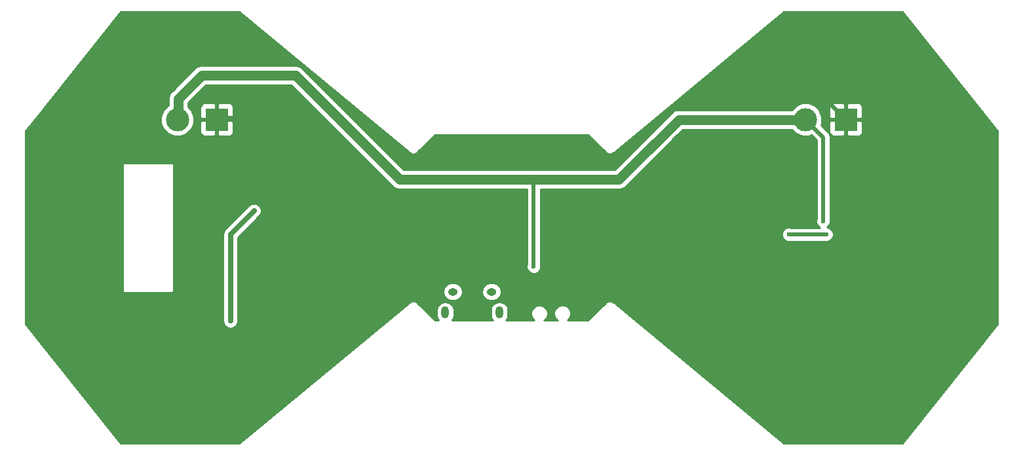
<source format=gbl>
G04 #@! TF.GenerationSoftware,KiCad,Pcbnew,(5.0.2-5-10.14)*
G04 #@! TF.CreationDate,2019-03-11T19:31:18-04:00*
G04 #@! TF.ProjectId,glowtie,676c6f77-7469-4652-9e6b-696361645f70,rev?*
G04 #@! TF.SameCoordinates,Original*
G04 #@! TF.FileFunction,Copper,L2,Bot*
G04 #@! TF.FilePolarity,Positive*
%FSLAX46Y46*%
G04 Gerber Fmt 4.6, Leading zero omitted, Abs format (unit mm)*
G04 Created by KiCad (PCBNEW (5.0.2-5-10.14)) date Monday, March 11, 2019 at 07:31:18 PM*
%MOMM*%
%LPD*%
G01*
G04 APERTURE LIST*
G04 #@! TA.AperFunction,BGAPad,CuDef*
%ADD10C,3.000000*%
G04 #@! TD*
G04 #@! TA.AperFunction,SMDPad,CuDef*
%ADD11R,3.000000X3.000000*%
G04 #@! TD*
G04 #@! TA.AperFunction,ComponentPad*
%ADD12O,1.000000X1.550000*%
G04 #@! TD*
G04 #@! TA.AperFunction,ComponentPad*
%ADD13O,1.250000X0.950000*%
G04 #@! TD*
G04 #@! TA.AperFunction,ViaPad*
%ADD14C,0.600000*%
G04 #@! TD*
G04 #@! TA.AperFunction,Conductor*
%ADD15C,0.508000*%
G04 #@! TD*
G04 #@! TA.AperFunction,Conductor*
%ADD16C,1.270000*%
G04 #@! TD*
G04 #@! TA.AperFunction,Conductor*
%ADD17C,0.635000*%
G04 #@! TD*
G04 #@! TA.AperFunction,Conductor*
%ADD18C,0.254000*%
G04 #@! TD*
G04 APERTURE END LIST*
D10*
G04 #@! TO.P,J8,1*
G04 #@! TO.N,Net-(10uF2-Pad1)*
X114173000Y-27305000D03*
G04 #@! TD*
G04 #@! TO.P,J9,1*
G04 #@! TO.N,Net-(10uF2-Pad1)*
X33020000Y-27305000D03*
G04 #@! TD*
D11*
G04 #@! TO.P,J6,1*
G04 #@! TO.N,GND*
X119380000Y-27305000D03*
G04 #@! TD*
G04 #@! TO.P,J7,1*
G04 #@! TO.N,GND*
X38100000Y-27305000D03*
G04 #@! TD*
D12*
G04 #@! TO.P,J1,6*
G04 #@! TO.N,Net-(J1-Pad6)*
X74620000Y-52277000D03*
X67620000Y-52277000D03*
D13*
X73620000Y-49577000D03*
X68620000Y-49577000D03*
G04 #@! TD*
D14*
G04 #@! TO.N,GND*
X112014000Y-40576500D03*
X115951000Y-44132500D03*
X71501000Y-38989000D03*
X63119000Y-41402000D03*
X113030000Y-20574000D03*
X51816000Y-32639000D03*
X21590000Y-42545000D03*
X44450000Y-27051000D03*
G04 #@! TO.N,Net-(10uF2-Pad1)*
X79057500Y-46291500D03*
X116459000Y-40449500D03*
G04 #@! TO.N,Net-(R470-Pad1)*
X116840000Y-42164000D03*
X112014000Y-42164000D03*
G04 #@! TO.N,Net-(J5-Pad1)*
X42926000Y-39116000D03*
X39878000Y-53340000D03*
G04 #@! TD*
D15*
G04 #@! TO.N,GND*
X111569500Y-44132500D02*
X115951000Y-44132500D01*
X110363000Y-42926000D02*
X111569500Y-44132500D01*
X110363000Y-41211500D02*
X110363000Y-42926000D01*
X110998000Y-40576500D02*
X110363000Y-41211500D01*
X112014000Y-40576500D02*
X110998000Y-40576500D01*
X119348250Y-27336750D02*
X119380000Y-27305000D01*
X65532000Y-38989000D02*
X71501000Y-38989000D01*
X63119000Y-41402000D02*
X65532000Y-38989000D01*
X113030000Y-20574000D02*
X113030000Y-20955000D01*
X113030000Y-20955000D02*
X119380000Y-27305000D01*
X51816000Y-32639000D02*
X46228000Y-27051000D01*
X46228000Y-27051000D02*
X44450000Y-27051000D01*
X38481000Y-27051000D02*
X38100000Y-26670000D01*
X44450000Y-27051000D02*
X38481000Y-27051000D01*
G04 #@! TO.N,Net-(10uF2-Pad1)*
X79057500Y-46291500D02*
X79057500Y-35052000D01*
X79057500Y-35052000D02*
X79057500Y-35242500D01*
X79057500Y-35242500D02*
X79057500Y-35052000D01*
X116459000Y-40449500D02*
X116459000Y-29591000D01*
X116459000Y-29591000D02*
X114173000Y-27305000D01*
X114173000Y-27305000D02*
X114173000Y-27432000D01*
D16*
X36195000Y-21590000D02*
X33147000Y-24638000D01*
X59690001Y-33019999D02*
X48260002Y-21590000D01*
X36195000Y-21590000D02*
X48260002Y-21590000D01*
X33147000Y-24638000D02*
X33147000Y-27178000D01*
X33147000Y-27178000D02*
X33020000Y-27305000D01*
X86360000Y-35052000D02*
X90043000Y-35052000D01*
X92075000Y-33020000D02*
X96520000Y-28575000D01*
X90043000Y-35052000D02*
X92075000Y-33020000D01*
X61722000Y-35052000D02*
X79057500Y-35052000D01*
X79057500Y-35052000D02*
X86360000Y-35052000D01*
X59690001Y-33020001D02*
X61722000Y-35052000D01*
X59690001Y-33019999D02*
X59690001Y-33020001D01*
X97790000Y-27305000D02*
X114300000Y-27305000D01*
X96520000Y-28575000D02*
X97790000Y-27305000D01*
X59690001Y-33019999D02*
X59690002Y-33020000D01*
D15*
G04 #@! TO.N,Net-(R470-Pad1)*
X112014000Y-42164000D02*
X116840000Y-42164000D01*
D17*
G04 #@! TO.N,Net-(J5-Pad1)*
X39878000Y-42164000D02*
X42926000Y-39116000D01*
X39878000Y-53340000D02*
X39878000Y-42164000D01*
G04 #@! TD*
D18*
G04 #@! TO.N,GND*
G36*
X62985987Y-31578689D02*
X63006144Y-31608856D01*
X63090097Y-31664952D01*
X63114904Y-31685506D01*
X63146084Y-31702361D01*
X63232727Y-31760254D01*
X63265089Y-31766691D01*
X63294121Y-31782385D01*
X63397790Y-31793088D01*
X63500000Y-31813419D01*
X63532365Y-31806981D01*
X63565190Y-31810370D01*
X63665064Y-31780585D01*
X63767273Y-31760254D01*
X63794710Y-31741922D01*
X63826335Y-31732490D01*
X63907207Y-31666753D01*
X63936665Y-31647070D01*
X63959437Y-31624298D01*
X64037797Y-31560603D01*
X64055052Y-31528683D01*
X66323736Y-29260000D01*
X86076265Y-29260000D01*
X88344949Y-31528685D01*
X88362203Y-31560603D01*
X88440558Y-31624294D01*
X88463334Y-31647070D01*
X88492798Y-31666757D01*
X88573665Y-31732490D01*
X88605289Y-31741921D01*
X88632726Y-31760254D01*
X88734934Y-31780584D01*
X88834810Y-31810370D01*
X88867638Y-31806981D01*
X88899999Y-31813418D01*
X89002203Y-31793088D01*
X89105878Y-31782385D01*
X89134910Y-31766691D01*
X89167273Y-31760254D01*
X89253921Y-31702358D01*
X89285095Y-31685506D01*
X89309898Y-31664955D01*
X89393856Y-31608856D01*
X89414014Y-31578687D01*
X111371913Y-13385000D01*
X126670772Y-13385000D01*
X139015001Y-28815286D01*
X139015000Y-53734715D01*
X126670772Y-69165000D01*
X111371913Y-69165000D01*
X89414014Y-50971313D01*
X89393856Y-50941144D01*
X89309898Y-50885045D01*
X89285095Y-50864494D01*
X89253921Y-50847642D01*
X89167273Y-50789746D01*
X89134910Y-50783309D01*
X89105878Y-50767615D01*
X89002203Y-50756912D01*
X88899999Y-50736582D01*
X88867638Y-50743019D01*
X88834810Y-50739630D01*
X88734934Y-50769416D01*
X88632726Y-50789746D01*
X88605289Y-50808079D01*
X88573665Y-50817510D01*
X88492798Y-50883243D01*
X88463334Y-50902930D01*
X88440558Y-50925706D01*
X88362203Y-50989397D01*
X88344949Y-51021315D01*
X86076265Y-53290000D01*
X83424421Y-53290000D01*
X83699818Y-53014603D01*
X83865000Y-52615820D01*
X83865000Y-52184180D01*
X83699818Y-51785397D01*
X83394603Y-51480182D01*
X82995820Y-51315000D01*
X82564180Y-51315000D01*
X82165397Y-51480182D01*
X81860182Y-51785397D01*
X81695000Y-52184180D01*
X81695000Y-52615820D01*
X81860182Y-53014603D01*
X82135579Y-53290000D01*
X80424421Y-53290000D01*
X80699818Y-53014603D01*
X80865000Y-52615820D01*
X80865000Y-52184180D01*
X80699818Y-51785397D01*
X80394603Y-51480182D01*
X79995820Y-51315000D01*
X79564180Y-51315000D01*
X79165397Y-51480182D01*
X78860182Y-51785397D01*
X78695000Y-52184180D01*
X78695000Y-52615820D01*
X78860182Y-53014603D01*
X79135579Y-53290000D01*
X75491936Y-53290000D01*
X75689146Y-52994854D01*
X75755000Y-52663782D01*
X75755000Y-51890217D01*
X75689146Y-51559145D01*
X75438289Y-51183711D01*
X75062854Y-50932854D01*
X74620000Y-50844765D01*
X74177145Y-50932854D01*
X73801711Y-51183711D01*
X73550854Y-51559146D01*
X73485000Y-51890218D01*
X73485000Y-52663783D01*
X73550854Y-52994855D01*
X73748064Y-53290000D01*
X68491936Y-53290000D01*
X68689146Y-52994854D01*
X68755000Y-52663782D01*
X68755000Y-51890217D01*
X68689146Y-51559145D01*
X68438289Y-51183711D01*
X68062854Y-50932854D01*
X67620000Y-50844765D01*
X67177145Y-50932854D01*
X66801711Y-51183711D01*
X66550854Y-51559146D01*
X66485000Y-51890218D01*
X66485000Y-52663783D01*
X66550854Y-52994855D01*
X66748064Y-53290000D01*
X66323736Y-53290000D01*
X64055052Y-51021317D01*
X64037797Y-50989397D01*
X63959437Y-50925702D01*
X63936665Y-50902930D01*
X63907207Y-50883247D01*
X63826335Y-50817510D01*
X63794710Y-50808078D01*
X63767273Y-50789746D01*
X63665064Y-50769415D01*
X63565190Y-50739630D01*
X63532365Y-50743019D01*
X63500000Y-50736581D01*
X63397790Y-50756912D01*
X63294121Y-50767615D01*
X63265089Y-50783309D01*
X63232727Y-50789746D01*
X63146084Y-50847639D01*
X63114904Y-50864494D01*
X63090097Y-50885048D01*
X63006144Y-50941144D01*
X62985987Y-50971311D01*
X41028088Y-69165000D01*
X25729228Y-69165000D01*
X13385000Y-53734716D01*
X13385000Y-33020000D01*
X25908000Y-33020000D01*
X25908000Y-49530000D01*
X25917667Y-49578601D01*
X25945197Y-49619803D01*
X25986399Y-49647333D01*
X26035000Y-49657000D01*
X32385000Y-49657000D01*
X32433601Y-49647333D01*
X32474803Y-49619803D01*
X32502333Y-49578601D01*
X32512000Y-49530000D01*
X32512000Y-42164000D01*
X38906840Y-42164000D01*
X38925501Y-42257815D01*
X38925500Y-53433809D01*
X38943000Y-53521788D01*
X38943000Y-53525983D01*
X38944605Y-53529859D01*
X38980765Y-53711646D01*
X39083739Y-53865758D01*
X39085345Y-53869635D01*
X39088312Y-53872602D01*
X39191286Y-54026714D01*
X39345399Y-54129689D01*
X39348365Y-54132655D01*
X39352240Y-54134260D01*
X39506353Y-54237235D01*
X39688142Y-54273395D01*
X39692017Y-54275000D01*
X39696211Y-54275000D01*
X39878000Y-54311160D01*
X40059789Y-54275000D01*
X40063983Y-54275000D01*
X40067858Y-54273395D01*
X40249646Y-54237235D01*
X40403758Y-54134261D01*
X40407635Y-54132655D01*
X40410602Y-54129688D01*
X40564714Y-54026714D01*
X40667689Y-53872601D01*
X40670655Y-53869635D01*
X40672260Y-53865760D01*
X40775235Y-53711647D01*
X40811395Y-53529858D01*
X40813000Y-53525983D01*
X40813000Y-53521789D01*
X40830500Y-53433810D01*
X40830500Y-49577000D01*
X67338254Y-49577000D01*
X67424403Y-50010100D01*
X67669735Y-50377265D01*
X68036900Y-50622597D01*
X68360676Y-50687000D01*
X68879324Y-50687000D01*
X69203100Y-50622597D01*
X69570265Y-50377265D01*
X69815597Y-50010100D01*
X69901746Y-49577000D01*
X72338254Y-49577000D01*
X72424403Y-50010100D01*
X72669735Y-50377265D01*
X73036900Y-50622597D01*
X73360676Y-50687000D01*
X73879324Y-50687000D01*
X74203100Y-50622597D01*
X74570265Y-50377265D01*
X74815597Y-50010100D01*
X74901746Y-49577000D01*
X74815597Y-49143900D01*
X74570265Y-48776735D01*
X74203100Y-48531403D01*
X73879324Y-48467000D01*
X73360676Y-48467000D01*
X73036900Y-48531403D01*
X72669735Y-48776735D01*
X72424403Y-49143900D01*
X72338254Y-49577000D01*
X69901746Y-49577000D01*
X69815597Y-49143900D01*
X69570265Y-48776735D01*
X69203100Y-48531403D01*
X68879324Y-48467000D01*
X68360676Y-48467000D01*
X68036900Y-48531403D01*
X67669735Y-48776735D01*
X67424403Y-49143900D01*
X67338254Y-49577000D01*
X40830500Y-49577000D01*
X40830500Y-42558537D01*
X43665852Y-39723186D01*
X43715687Y-39648603D01*
X43718655Y-39645635D01*
X43720261Y-39641757D01*
X43823235Y-39487647D01*
X43859395Y-39305858D01*
X43861000Y-39301983D01*
X43861000Y-39297789D01*
X43897160Y-39116000D01*
X43861000Y-38934211D01*
X43861000Y-38930017D01*
X43859395Y-38926142D01*
X43823235Y-38744354D01*
X43720262Y-38590245D01*
X43718655Y-38586365D01*
X43715685Y-38583395D01*
X43612713Y-38429287D01*
X43458605Y-38326315D01*
X43455635Y-38323345D01*
X43451755Y-38321738D01*
X43297646Y-38218765D01*
X43115858Y-38182605D01*
X43111983Y-38181000D01*
X43107789Y-38181000D01*
X42926000Y-38144840D01*
X42744211Y-38181000D01*
X42740017Y-38181000D01*
X42736142Y-38182605D01*
X42554353Y-38218765D01*
X42400243Y-38321739D01*
X42396365Y-38323345D01*
X42393397Y-38326313D01*
X42318814Y-38376148D01*
X39270818Y-41424145D01*
X39191287Y-41477286D01*
X39086330Y-41634365D01*
X38980765Y-41792354D01*
X38906840Y-42164000D01*
X32512000Y-42164000D01*
X32512000Y-33020000D01*
X32502333Y-32971399D01*
X32474803Y-32930197D01*
X32433601Y-32902667D01*
X32385000Y-32893000D01*
X26035000Y-32893000D01*
X25986399Y-32902667D01*
X25945197Y-32930197D01*
X25917667Y-32971399D01*
X25908000Y-33020000D01*
X13385000Y-33020000D01*
X13385000Y-28815284D01*
X14932969Y-26880322D01*
X30885000Y-26880322D01*
X30885000Y-27729678D01*
X31210034Y-28514380D01*
X31810620Y-29114966D01*
X32595322Y-29440000D01*
X33444678Y-29440000D01*
X34229380Y-29114966D01*
X34829966Y-28514380D01*
X35155000Y-27729678D01*
X35155000Y-27590750D01*
X35965000Y-27590750D01*
X35965000Y-28931310D01*
X36061673Y-29164699D01*
X36240302Y-29343327D01*
X36473691Y-29440000D01*
X37814250Y-29440000D01*
X37973000Y-29281250D01*
X37973000Y-27432000D01*
X38227000Y-27432000D01*
X38227000Y-29281250D01*
X38385750Y-29440000D01*
X39726309Y-29440000D01*
X39959698Y-29343327D01*
X40138327Y-29164699D01*
X40235000Y-28931310D01*
X40235000Y-27590750D01*
X40076250Y-27432000D01*
X38227000Y-27432000D01*
X37973000Y-27432000D01*
X36123750Y-27432000D01*
X35965000Y-27590750D01*
X35155000Y-27590750D01*
X35155000Y-26880322D01*
X34829966Y-26095620D01*
X34417000Y-25682654D01*
X34417000Y-25678690D01*
X35965000Y-25678690D01*
X35965000Y-27019250D01*
X36123750Y-27178000D01*
X37973000Y-27178000D01*
X37973000Y-25328750D01*
X38227000Y-25328750D01*
X38227000Y-27178000D01*
X40076250Y-27178000D01*
X40235000Y-27019250D01*
X40235000Y-25678690D01*
X40138327Y-25445301D01*
X39959698Y-25266673D01*
X39726309Y-25170000D01*
X38385750Y-25170000D01*
X38227000Y-25328750D01*
X37973000Y-25328750D01*
X37814250Y-25170000D01*
X36473691Y-25170000D01*
X36240302Y-25266673D01*
X36061673Y-25445301D01*
X35965000Y-25678690D01*
X34417000Y-25678690D01*
X34417000Y-25164050D01*
X36721051Y-22860000D01*
X47733952Y-22860000D01*
X58703528Y-33829577D01*
X58774383Y-33935619D01*
X58880422Y-34006472D01*
X60735530Y-35861581D01*
X60806382Y-35967618D01*
X61226471Y-36248313D01*
X61596920Y-36322000D01*
X61596924Y-36322000D01*
X61722000Y-36346879D01*
X61847076Y-36322000D01*
X78168501Y-36322000D01*
X78168500Y-45994463D01*
X78122500Y-46105517D01*
X78122500Y-46477483D01*
X78264845Y-46821135D01*
X78527865Y-47084155D01*
X78871517Y-47226500D01*
X79243483Y-47226500D01*
X79587135Y-47084155D01*
X79850155Y-46821135D01*
X79992500Y-46477483D01*
X79992500Y-46105517D01*
X79946500Y-45994463D01*
X79946500Y-36322000D01*
X89917925Y-36322000D01*
X90043000Y-36346879D01*
X90168075Y-36322000D01*
X90168080Y-36322000D01*
X90538529Y-36248313D01*
X90958618Y-35967618D01*
X91029471Y-35861579D01*
X93061470Y-33829581D01*
X93061472Y-33829578D01*
X97506470Y-29384581D01*
X97506472Y-29384578D01*
X98316051Y-28575000D01*
X112423654Y-28575000D01*
X112963620Y-29114966D01*
X113748322Y-29440000D01*
X114597678Y-29440000D01*
X114918059Y-29307294D01*
X115570001Y-29959237D01*
X115570000Y-40152463D01*
X115524000Y-40263517D01*
X115524000Y-40635483D01*
X115666345Y-40979135D01*
X115929365Y-41242155D01*
X116008660Y-41275000D01*
X112311037Y-41275000D01*
X112199983Y-41229000D01*
X111828017Y-41229000D01*
X111484365Y-41371345D01*
X111221345Y-41634365D01*
X111079000Y-41978017D01*
X111079000Y-42349983D01*
X111221345Y-42693635D01*
X111484365Y-42956655D01*
X111828017Y-43099000D01*
X112199983Y-43099000D01*
X112311037Y-43053000D01*
X116542963Y-43053000D01*
X116654017Y-43099000D01*
X117025983Y-43099000D01*
X117369635Y-42956655D01*
X117632655Y-42693635D01*
X117775000Y-42349983D01*
X117775000Y-41978017D01*
X117632655Y-41634365D01*
X117369635Y-41371345D01*
X117025983Y-41229000D01*
X117001790Y-41229000D01*
X117251655Y-40979135D01*
X117394000Y-40635483D01*
X117394000Y-40263517D01*
X117348000Y-40152463D01*
X117348000Y-29678550D01*
X117365415Y-29590999D01*
X117348000Y-29503448D01*
X117348000Y-29503444D01*
X117296419Y-29244130D01*
X117099933Y-28950067D01*
X117025707Y-28900471D01*
X116175294Y-28050059D01*
X116308000Y-27729678D01*
X116308000Y-27590750D01*
X117245000Y-27590750D01*
X117245000Y-28931310D01*
X117341673Y-29164699D01*
X117520302Y-29343327D01*
X117753691Y-29440000D01*
X119094250Y-29440000D01*
X119253000Y-29281250D01*
X119253000Y-27432000D01*
X119507000Y-27432000D01*
X119507000Y-29281250D01*
X119665750Y-29440000D01*
X121006309Y-29440000D01*
X121239698Y-29343327D01*
X121418327Y-29164699D01*
X121515000Y-28931310D01*
X121515000Y-27590750D01*
X121356250Y-27432000D01*
X119507000Y-27432000D01*
X119253000Y-27432000D01*
X117403750Y-27432000D01*
X117245000Y-27590750D01*
X116308000Y-27590750D01*
X116308000Y-26880322D01*
X115982966Y-26095620D01*
X115566036Y-25678690D01*
X117245000Y-25678690D01*
X117245000Y-27019250D01*
X117403750Y-27178000D01*
X119253000Y-27178000D01*
X119253000Y-25328750D01*
X119507000Y-25328750D01*
X119507000Y-27178000D01*
X121356250Y-27178000D01*
X121515000Y-27019250D01*
X121515000Y-25678690D01*
X121418327Y-25445301D01*
X121239698Y-25266673D01*
X121006309Y-25170000D01*
X119665750Y-25170000D01*
X119507000Y-25328750D01*
X119253000Y-25328750D01*
X119094250Y-25170000D01*
X117753691Y-25170000D01*
X117520302Y-25266673D01*
X117341673Y-25445301D01*
X117245000Y-25678690D01*
X115566036Y-25678690D01*
X115382380Y-25495034D01*
X114597678Y-25170000D01*
X113748322Y-25170000D01*
X112963620Y-25495034D01*
X112423654Y-26035000D01*
X97915074Y-26035000D01*
X97789999Y-26010121D01*
X97664924Y-26035000D01*
X97664920Y-26035000D01*
X97294471Y-26108687D01*
X97294469Y-26108688D01*
X97294470Y-26108688D01*
X97064451Y-26262382D01*
X96874382Y-26389382D01*
X96803530Y-26495419D01*
X95710422Y-27588528D01*
X95710419Y-27588530D01*
X91265422Y-32033528D01*
X91265419Y-32033530D01*
X89516950Y-33782000D01*
X62248051Y-33782000D01*
X60676476Y-32210426D01*
X60605619Y-32104381D01*
X60499583Y-32033530D01*
X49246473Y-20780421D01*
X49175620Y-20674382D01*
X48755531Y-20393687D01*
X48385082Y-20320000D01*
X48385077Y-20320000D01*
X48260002Y-20295121D01*
X48134927Y-20320000D01*
X36320075Y-20320000D01*
X36195000Y-20295121D01*
X36069925Y-20320000D01*
X36069920Y-20320000D01*
X35699471Y-20393687D01*
X35279382Y-20674382D01*
X35208531Y-20780419D01*
X32337421Y-23651529D01*
X32231382Y-23722382D01*
X31950687Y-24142472D01*
X31877000Y-24512921D01*
X31877000Y-24512925D01*
X31852121Y-24638000D01*
X31877000Y-24763075D01*
X31877000Y-25467538D01*
X31810620Y-25495034D01*
X31210034Y-26095620D01*
X30885000Y-26880322D01*
X14932969Y-26880322D01*
X25729228Y-13385000D01*
X41028088Y-13385000D01*
X62985987Y-31578689D01*
X62985987Y-31578689D01*
G37*
X62985987Y-31578689D02*
X63006144Y-31608856D01*
X63090097Y-31664952D01*
X63114904Y-31685506D01*
X63146084Y-31702361D01*
X63232727Y-31760254D01*
X63265089Y-31766691D01*
X63294121Y-31782385D01*
X63397790Y-31793088D01*
X63500000Y-31813419D01*
X63532365Y-31806981D01*
X63565190Y-31810370D01*
X63665064Y-31780585D01*
X63767273Y-31760254D01*
X63794710Y-31741922D01*
X63826335Y-31732490D01*
X63907207Y-31666753D01*
X63936665Y-31647070D01*
X63959437Y-31624298D01*
X64037797Y-31560603D01*
X64055052Y-31528683D01*
X66323736Y-29260000D01*
X86076265Y-29260000D01*
X88344949Y-31528685D01*
X88362203Y-31560603D01*
X88440558Y-31624294D01*
X88463334Y-31647070D01*
X88492798Y-31666757D01*
X88573665Y-31732490D01*
X88605289Y-31741921D01*
X88632726Y-31760254D01*
X88734934Y-31780584D01*
X88834810Y-31810370D01*
X88867638Y-31806981D01*
X88899999Y-31813418D01*
X89002203Y-31793088D01*
X89105878Y-31782385D01*
X89134910Y-31766691D01*
X89167273Y-31760254D01*
X89253921Y-31702358D01*
X89285095Y-31685506D01*
X89309898Y-31664955D01*
X89393856Y-31608856D01*
X89414014Y-31578687D01*
X111371913Y-13385000D01*
X126670772Y-13385000D01*
X139015001Y-28815286D01*
X139015000Y-53734715D01*
X126670772Y-69165000D01*
X111371913Y-69165000D01*
X89414014Y-50971313D01*
X89393856Y-50941144D01*
X89309898Y-50885045D01*
X89285095Y-50864494D01*
X89253921Y-50847642D01*
X89167273Y-50789746D01*
X89134910Y-50783309D01*
X89105878Y-50767615D01*
X89002203Y-50756912D01*
X88899999Y-50736582D01*
X88867638Y-50743019D01*
X88834810Y-50739630D01*
X88734934Y-50769416D01*
X88632726Y-50789746D01*
X88605289Y-50808079D01*
X88573665Y-50817510D01*
X88492798Y-50883243D01*
X88463334Y-50902930D01*
X88440558Y-50925706D01*
X88362203Y-50989397D01*
X88344949Y-51021315D01*
X86076265Y-53290000D01*
X83424421Y-53290000D01*
X83699818Y-53014603D01*
X83865000Y-52615820D01*
X83865000Y-52184180D01*
X83699818Y-51785397D01*
X83394603Y-51480182D01*
X82995820Y-51315000D01*
X82564180Y-51315000D01*
X82165397Y-51480182D01*
X81860182Y-51785397D01*
X81695000Y-52184180D01*
X81695000Y-52615820D01*
X81860182Y-53014603D01*
X82135579Y-53290000D01*
X80424421Y-53290000D01*
X80699818Y-53014603D01*
X80865000Y-52615820D01*
X80865000Y-52184180D01*
X80699818Y-51785397D01*
X80394603Y-51480182D01*
X79995820Y-51315000D01*
X79564180Y-51315000D01*
X79165397Y-51480182D01*
X78860182Y-51785397D01*
X78695000Y-52184180D01*
X78695000Y-52615820D01*
X78860182Y-53014603D01*
X79135579Y-53290000D01*
X75491936Y-53290000D01*
X75689146Y-52994854D01*
X75755000Y-52663782D01*
X75755000Y-51890217D01*
X75689146Y-51559145D01*
X75438289Y-51183711D01*
X75062854Y-50932854D01*
X74620000Y-50844765D01*
X74177145Y-50932854D01*
X73801711Y-51183711D01*
X73550854Y-51559146D01*
X73485000Y-51890218D01*
X73485000Y-52663783D01*
X73550854Y-52994855D01*
X73748064Y-53290000D01*
X68491936Y-53290000D01*
X68689146Y-52994854D01*
X68755000Y-52663782D01*
X68755000Y-51890217D01*
X68689146Y-51559145D01*
X68438289Y-51183711D01*
X68062854Y-50932854D01*
X67620000Y-50844765D01*
X67177145Y-50932854D01*
X66801711Y-51183711D01*
X66550854Y-51559146D01*
X66485000Y-51890218D01*
X66485000Y-52663783D01*
X66550854Y-52994855D01*
X66748064Y-53290000D01*
X66323736Y-53290000D01*
X64055052Y-51021317D01*
X64037797Y-50989397D01*
X63959437Y-50925702D01*
X63936665Y-50902930D01*
X63907207Y-50883247D01*
X63826335Y-50817510D01*
X63794710Y-50808078D01*
X63767273Y-50789746D01*
X63665064Y-50769415D01*
X63565190Y-50739630D01*
X63532365Y-50743019D01*
X63500000Y-50736581D01*
X63397790Y-50756912D01*
X63294121Y-50767615D01*
X63265089Y-50783309D01*
X63232727Y-50789746D01*
X63146084Y-50847639D01*
X63114904Y-50864494D01*
X63090097Y-50885048D01*
X63006144Y-50941144D01*
X62985987Y-50971311D01*
X41028088Y-69165000D01*
X25729228Y-69165000D01*
X13385000Y-53734716D01*
X13385000Y-33020000D01*
X25908000Y-33020000D01*
X25908000Y-49530000D01*
X25917667Y-49578601D01*
X25945197Y-49619803D01*
X25986399Y-49647333D01*
X26035000Y-49657000D01*
X32385000Y-49657000D01*
X32433601Y-49647333D01*
X32474803Y-49619803D01*
X32502333Y-49578601D01*
X32512000Y-49530000D01*
X32512000Y-42164000D01*
X38906840Y-42164000D01*
X38925501Y-42257815D01*
X38925500Y-53433809D01*
X38943000Y-53521788D01*
X38943000Y-53525983D01*
X38944605Y-53529859D01*
X38980765Y-53711646D01*
X39083739Y-53865758D01*
X39085345Y-53869635D01*
X39088312Y-53872602D01*
X39191286Y-54026714D01*
X39345399Y-54129689D01*
X39348365Y-54132655D01*
X39352240Y-54134260D01*
X39506353Y-54237235D01*
X39688142Y-54273395D01*
X39692017Y-54275000D01*
X39696211Y-54275000D01*
X39878000Y-54311160D01*
X40059789Y-54275000D01*
X40063983Y-54275000D01*
X40067858Y-54273395D01*
X40249646Y-54237235D01*
X40403758Y-54134261D01*
X40407635Y-54132655D01*
X40410602Y-54129688D01*
X40564714Y-54026714D01*
X40667689Y-53872601D01*
X40670655Y-53869635D01*
X40672260Y-53865760D01*
X40775235Y-53711647D01*
X40811395Y-53529858D01*
X40813000Y-53525983D01*
X40813000Y-53521789D01*
X40830500Y-53433810D01*
X40830500Y-49577000D01*
X67338254Y-49577000D01*
X67424403Y-50010100D01*
X67669735Y-50377265D01*
X68036900Y-50622597D01*
X68360676Y-50687000D01*
X68879324Y-50687000D01*
X69203100Y-50622597D01*
X69570265Y-50377265D01*
X69815597Y-50010100D01*
X69901746Y-49577000D01*
X72338254Y-49577000D01*
X72424403Y-50010100D01*
X72669735Y-50377265D01*
X73036900Y-50622597D01*
X73360676Y-50687000D01*
X73879324Y-50687000D01*
X74203100Y-50622597D01*
X74570265Y-50377265D01*
X74815597Y-50010100D01*
X74901746Y-49577000D01*
X74815597Y-49143900D01*
X74570265Y-48776735D01*
X74203100Y-48531403D01*
X73879324Y-48467000D01*
X73360676Y-48467000D01*
X73036900Y-48531403D01*
X72669735Y-48776735D01*
X72424403Y-49143900D01*
X72338254Y-49577000D01*
X69901746Y-49577000D01*
X69815597Y-49143900D01*
X69570265Y-48776735D01*
X69203100Y-48531403D01*
X68879324Y-48467000D01*
X68360676Y-48467000D01*
X68036900Y-48531403D01*
X67669735Y-48776735D01*
X67424403Y-49143900D01*
X67338254Y-49577000D01*
X40830500Y-49577000D01*
X40830500Y-42558537D01*
X43665852Y-39723186D01*
X43715687Y-39648603D01*
X43718655Y-39645635D01*
X43720261Y-39641757D01*
X43823235Y-39487647D01*
X43859395Y-39305858D01*
X43861000Y-39301983D01*
X43861000Y-39297789D01*
X43897160Y-39116000D01*
X43861000Y-38934211D01*
X43861000Y-38930017D01*
X43859395Y-38926142D01*
X43823235Y-38744354D01*
X43720262Y-38590245D01*
X43718655Y-38586365D01*
X43715685Y-38583395D01*
X43612713Y-38429287D01*
X43458605Y-38326315D01*
X43455635Y-38323345D01*
X43451755Y-38321738D01*
X43297646Y-38218765D01*
X43115858Y-38182605D01*
X43111983Y-38181000D01*
X43107789Y-38181000D01*
X42926000Y-38144840D01*
X42744211Y-38181000D01*
X42740017Y-38181000D01*
X42736142Y-38182605D01*
X42554353Y-38218765D01*
X42400243Y-38321739D01*
X42396365Y-38323345D01*
X42393397Y-38326313D01*
X42318814Y-38376148D01*
X39270818Y-41424145D01*
X39191287Y-41477286D01*
X39086330Y-41634365D01*
X38980765Y-41792354D01*
X38906840Y-42164000D01*
X32512000Y-42164000D01*
X32512000Y-33020000D01*
X32502333Y-32971399D01*
X32474803Y-32930197D01*
X32433601Y-32902667D01*
X32385000Y-32893000D01*
X26035000Y-32893000D01*
X25986399Y-32902667D01*
X25945197Y-32930197D01*
X25917667Y-32971399D01*
X25908000Y-33020000D01*
X13385000Y-33020000D01*
X13385000Y-28815284D01*
X14932969Y-26880322D01*
X30885000Y-26880322D01*
X30885000Y-27729678D01*
X31210034Y-28514380D01*
X31810620Y-29114966D01*
X32595322Y-29440000D01*
X33444678Y-29440000D01*
X34229380Y-29114966D01*
X34829966Y-28514380D01*
X35155000Y-27729678D01*
X35155000Y-27590750D01*
X35965000Y-27590750D01*
X35965000Y-28931310D01*
X36061673Y-29164699D01*
X36240302Y-29343327D01*
X36473691Y-29440000D01*
X37814250Y-29440000D01*
X37973000Y-29281250D01*
X37973000Y-27432000D01*
X38227000Y-27432000D01*
X38227000Y-29281250D01*
X38385750Y-29440000D01*
X39726309Y-29440000D01*
X39959698Y-29343327D01*
X40138327Y-29164699D01*
X40235000Y-28931310D01*
X40235000Y-27590750D01*
X40076250Y-27432000D01*
X38227000Y-27432000D01*
X37973000Y-27432000D01*
X36123750Y-27432000D01*
X35965000Y-27590750D01*
X35155000Y-27590750D01*
X35155000Y-26880322D01*
X34829966Y-26095620D01*
X34417000Y-25682654D01*
X34417000Y-25678690D01*
X35965000Y-25678690D01*
X35965000Y-27019250D01*
X36123750Y-27178000D01*
X37973000Y-27178000D01*
X37973000Y-25328750D01*
X38227000Y-25328750D01*
X38227000Y-27178000D01*
X40076250Y-27178000D01*
X40235000Y-27019250D01*
X40235000Y-25678690D01*
X40138327Y-25445301D01*
X39959698Y-25266673D01*
X39726309Y-25170000D01*
X38385750Y-25170000D01*
X38227000Y-25328750D01*
X37973000Y-25328750D01*
X37814250Y-25170000D01*
X36473691Y-25170000D01*
X36240302Y-25266673D01*
X36061673Y-25445301D01*
X35965000Y-25678690D01*
X34417000Y-25678690D01*
X34417000Y-25164050D01*
X36721051Y-22860000D01*
X47733952Y-22860000D01*
X58703528Y-33829577D01*
X58774383Y-33935619D01*
X58880422Y-34006472D01*
X60735530Y-35861581D01*
X60806382Y-35967618D01*
X61226471Y-36248313D01*
X61596920Y-36322000D01*
X61596924Y-36322000D01*
X61722000Y-36346879D01*
X61847076Y-36322000D01*
X78168501Y-36322000D01*
X78168500Y-45994463D01*
X78122500Y-46105517D01*
X78122500Y-46477483D01*
X78264845Y-46821135D01*
X78527865Y-47084155D01*
X78871517Y-47226500D01*
X79243483Y-47226500D01*
X79587135Y-47084155D01*
X79850155Y-46821135D01*
X79992500Y-46477483D01*
X79992500Y-46105517D01*
X79946500Y-45994463D01*
X79946500Y-36322000D01*
X89917925Y-36322000D01*
X90043000Y-36346879D01*
X90168075Y-36322000D01*
X90168080Y-36322000D01*
X90538529Y-36248313D01*
X90958618Y-35967618D01*
X91029471Y-35861579D01*
X93061470Y-33829581D01*
X93061472Y-33829578D01*
X97506470Y-29384581D01*
X97506472Y-29384578D01*
X98316051Y-28575000D01*
X112423654Y-28575000D01*
X112963620Y-29114966D01*
X113748322Y-29440000D01*
X114597678Y-29440000D01*
X114918059Y-29307294D01*
X115570001Y-29959237D01*
X115570000Y-40152463D01*
X115524000Y-40263517D01*
X115524000Y-40635483D01*
X115666345Y-40979135D01*
X115929365Y-41242155D01*
X116008660Y-41275000D01*
X112311037Y-41275000D01*
X112199983Y-41229000D01*
X111828017Y-41229000D01*
X111484365Y-41371345D01*
X111221345Y-41634365D01*
X111079000Y-41978017D01*
X111079000Y-42349983D01*
X111221345Y-42693635D01*
X111484365Y-42956655D01*
X111828017Y-43099000D01*
X112199983Y-43099000D01*
X112311037Y-43053000D01*
X116542963Y-43053000D01*
X116654017Y-43099000D01*
X117025983Y-43099000D01*
X117369635Y-42956655D01*
X117632655Y-42693635D01*
X117775000Y-42349983D01*
X117775000Y-41978017D01*
X117632655Y-41634365D01*
X117369635Y-41371345D01*
X117025983Y-41229000D01*
X117001790Y-41229000D01*
X117251655Y-40979135D01*
X117394000Y-40635483D01*
X117394000Y-40263517D01*
X117348000Y-40152463D01*
X117348000Y-29678550D01*
X117365415Y-29590999D01*
X117348000Y-29503448D01*
X117348000Y-29503444D01*
X117296419Y-29244130D01*
X117099933Y-28950067D01*
X117025707Y-28900471D01*
X116175294Y-28050059D01*
X116308000Y-27729678D01*
X116308000Y-27590750D01*
X117245000Y-27590750D01*
X117245000Y-28931310D01*
X117341673Y-29164699D01*
X117520302Y-29343327D01*
X117753691Y-29440000D01*
X119094250Y-29440000D01*
X119253000Y-29281250D01*
X119253000Y-27432000D01*
X119507000Y-27432000D01*
X119507000Y-29281250D01*
X119665750Y-29440000D01*
X121006309Y-29440000D01*
X121239698Y-29343327D01*
X121418327Y-29164699D01*
X121515000Y-28931310D01*
X121515000Y-27590750D01*
X121356250Y-27432000D01*
X119507000Y-27432000D01*
X119253000Y-27432000D01*
X117403750Y-27432000D01*
X117245000Y-27590750D01*
X116308000Y-27590750D01*
X116308000Y-26880322D01*
X115982966Y-26095620D01*
X115566036Y-25678690D01*
X117245000Y-25678690D01*
X117245000Y-27019250D01*
X117403750Y-27178000D01*
X119253000Y-27178000D01*
X119253000Y-25328750D01*
X119507000Y-25328750D01*
X119507000Y-27178000D01*
X121356250Y-27178000D01*
X121515000Y-27019250D01*
X121515000Y-25678690D01*
X121418327Y-25445301D01*
X121239698Y-25266673D01*
X121006309Y-25170000D01*
X119665750Y-25170000D01*
X119507000Y-25328750D01*
X119253000Y-25328750D01*
X119094250Y-25170000D01*
X117753691Y-25170000D01*
X117520302Y-25266673D01*
X117341673Y-25445301D01*
X117245000Y-25678690D01*
X115566036Y-25678690D01*
X115382380Y-25495034D01*
X114597678Y-25170000D01*
X113748322Y-25170000D01*
X112963620Y-25495034D01*
X112423654Y-26035000D01*
X97915074Y-26035000D01*
X97789999Y-26010121D01*
X97664924Y-26035000D01*
X97664920Y-26035000D01*
X97294471Y-26108687D01*
X97294469Y-26108688D01*
X97294470Y-26108688D01*
X97064451Y-26262382D01*
X96874382Y-26389382D01*
X96803530Y-26495419D01*
X95710422Y-27588528D01*
X95710419Y-27588530D01*
X91265422Y-32033528D01*
X91265419Y-32033530D01*
X89516950Y-33782000D01*
X62248051Y-33782000D01*
X60676476Y-32210426D01*
X60605619Y-32104381D01*
X60499583Y-32033530D01*
X49246473Y-20780421D01*
X49175620Y-20674382D01*
X48755531Y-20393687D01*
X48385082Y-20320000D01*
X48385077Y-20320000D01*
X48260002Y-20295121D01*
X48134927Y-20320000D01*
X36320075Y-20320000D01*
X36195000Y-20295121D01*
X36069925Y-20320000D01*
X36069920Y-20320000D01*
X35699471Y-20393687D01*
X35279382Y-20674382D01*
X35208531Y-20780419D01*
X32337421Y-23651529D01*
X32231382Y-23722382D01*
X31950687Y-24142472D01*
X31877000Y-24512921D01*
X31877000Y-24512925D01*
X31852121Y-24638000D01*
X31877000Y-24763075D01*
X31877000Y-25467538D01*
X31810620Y-25495034D01*
X31210034Y-26095620D01*
X30885000Y-26880322D01*
X14932969Y-26880322D01*
X25729228Y-13385000D01*
X41028088Y-13385000D01*
X62985987Y-31578689D01*
G04 #@! TD*
M02*

</source>
